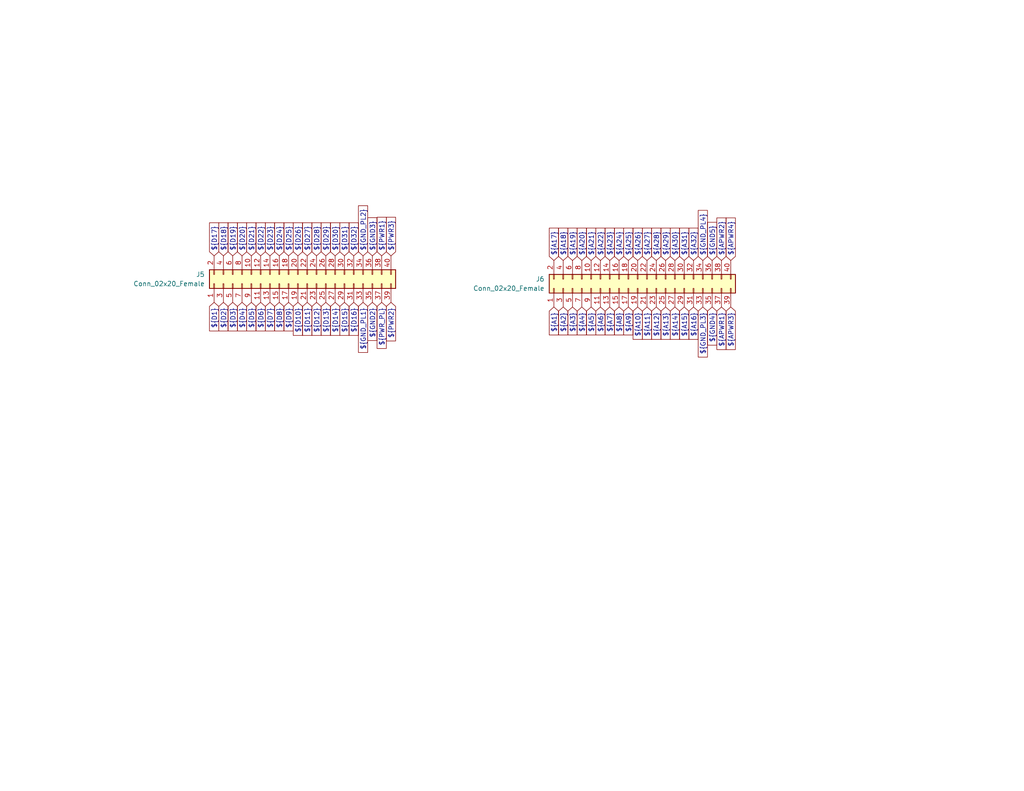
<source format=kicad_sch>
(kicad_sch
	(version 20231120)
	(generator "eeschema")
	(generator_version "8.0")
	(uuid "6af779c8-000c-4bba-9354-89fcc676b69f")
	(paper "USLetter")
	(title_block
		(company "Decapod Devices")
	)
	(lib_symbols
		(symbol "Connector_Generic:Conn_02x20_Odd_Even"
			(pin_names
				(offset 1.016) hide)
			(exclude_from_sim no)
			(in_bom yes)
			(on_board yes)
			(property "Reference" "J"
				(at 1.27 25.4 0)
				(effects
					(font
						(size 1.27 1.27)
					)
				)
			)
			(property "Value" "Conn_02x20_Odd_Even"
				(at 1.27 -27.94 0)
				(effects
					(font
						(size 1.27 1.27)
					)
				)
			)
			(property "Footprint" ""
				(at 0 0 0)
				(effects
					(font
						(size 1.27 1.27)
					)
					(hide yes)
				)
			)
			(property "Datasheet" "~"
				(at 0 0 0)
				(effects
					(font
						(size 1.27 1.27)
					)
					(hide yes)
				)
			)
			(property "Description" "Generic connector, double row, 02x20, odd/even pin numbering scheme (row 1 odd numbers, row 2 even numbers), script generated (kicad-library-utils/schlib/autogen/connector/)"
				(at 0 0 0)
				(effects
					(font
						(size 1.27 1.27)
					)
					(hide yes)
				)
			)
			(property "ki_keywords" "connector"
				(at 0 0 0)
				(effects
					(font
						(size 1.27 1.27)
					)
					(hide yes)
				)
			)
			(property "ki_fp_filters" "Connector*:*_2x??_*"
				(at 0 0 0)
				(effects
					(font
						(size 1.27 1.27)
					)
					(hide yes)
				)
			)
			(symbol "Conn_02x20_Odd_Even_1_1"
				(rectangle
					(start -1.27 -25.273)
					(end 0 -25.527)
					(stroke
						(width 0.1524)
						(type default)
					)
					(fill
						(type none)
					)
				)
				(rectangle
					(start -1.27 -22.733)
					(end 0 -22.987)
					(stroke
						(width 0.1524)
						(type default)
					)
					(fill
						(type none)
					)
				)
				(rectangle
					(start -1.27 -20.193)
					(end 0 -20.447)
					(stroke
						(width 0.1524)
						(type default)
					)
					(fill
						(type none)
					)
				)
				(rectangle
					(start -1.27 -17.653)
					(end 0 -17.907)
					(stroke
						(width 0.1524)
						(type default)
					)
					(fill
						(type none)
					)
				)
				(rectangle
					(start -1.27 -15.113)
					(end 0 -15.367)
					(stroke
						(width 0.1524)
						(type default)
					)
					(fill
						(type none)
					)
				)
				(rectangle
					(start -1.27 -12.573)
					(end 0 -12.827)
					(stroke
						(width 0.1524)
						(type default)
					)
					(fill
						(type none)
					)
				)
				(rectangle
					(start -1.27 -10.033)
					(end 0 -10.287)
					(stroke
						(width 0.1524)
						(type default)
					)
					(fill
						(type none)
					)
				)
				(rectangle
					(start -1.27 -7.493)
					(end 0 -7.747)
					(stroke
						(width 0.1524)
						(type default)
					)
					(fill
						(type none)
					)
				)
				(rectangle
					(start -1.27 -4.953)
					(end 0 -5.207)
					(stroke
						(width 0.1524)
						(type default)
					)
					(fill
						(type none)
					)
				)
				(rectangle
					(start -1.27 -2.413)
					(end 0 -2.667)
					(stroke
						(width 0.1524)
						(type default)
					)
					(fill
						(type none)
					)
				)
				(rectangle
					(start -1.27 0.127)
					(end 0 -0.127)
					(stroke
						(width 0.1524)
						(type default)
					)
					(fill
						(type none)
					)
				)
				(rectangle
					(start -1.27 2.667)
					(end 0 2.413)
					(stroke
						(width 0.1524)
						(type default)
					)
					(fill
						(type none)
					)
				)
				(rectangle
					(start -1.27 5.207)
					(end 0 4.953)
					(stroke
						(width 0.1524)
						(type default)
					)
					(fill
						(type none)
					)
				)
				(rectangle
					(start -1.27 7.747)
					(end 0 7.493)
					(stroke
						(width 0.1524)
						(type default)
					)
					(fill
						(type none)
					)
				)
				(rectangle
					(start -1.27 10.287)
					(end 0 10.033)
					(stroke
						(width 0.1524)
						(type default)
					)
					(fill
						(type none)
					)
				)
				(rectangle
					(start -1.27 12.827)
					(end 0 12.573)
					(stroke
						(width 0.1524)
						(type default)
					)
					(fill
						(type none)
					)
				)
				(rectangle
					(start -1.27 15.367)
					(end 0 15.113)
					(stroke
						(width 0.1524)
						(type default)
					)
					(fill
						(type none)
					)
				)
				(rectangle
					(start -1.27 17.907)
					(end 0 17.653)
					(stroke
						(width 0.1524)
						(type default)
					)
					(fill
						(type none)
					)
				)
				(rectangle
					(start -1.27 20.447)
					(end 0 20.193)
					(stroke
						(width 0.1524)
						(type default)
					)
					(fill
						(type none)
					)
				)
				(rectangle
					(start -1.27 22.987)
					(end 0 22.733)
					(stroke
						(width 0.1524)
						(type default)
					)
					(fill
						(type none)
					)
				)
				(rectangle
					(start -1.27 24.13)
					(end 3.81 -26.67)
					(stroke
						(width 0.254)
						(type default)
					)
					(fill
						(type background)
					)
				)
				(rectangle
					(start 3.81 -25.273)
					(end 2.54 -25.527)
					(stroke
						(width 0.1524)
						(type default)
					)
					(fill
						(type none)
					)
				)
				(rectangle
					(start 3.81 -22.733)
					(end 2.54 -22.987)
					(stroke
						(width 0.1524)
						(type default)
					)
					(fill
						(type none)
					)
				)
				(rectangle
					(start 3.81 -20.193)
					(end 2.54 -20.447)
					(stroke
						(width 0.1524)
						(type default)
					)
					(fill
						(type none)
					)
				)
				(rectangle
					(start 3.81 -17.653)
					(end 2.54 -17.907)
					(stroke
						(width 0.1524)
						(type default)
					)
					(fill
						(type none)
					)
				)
				(rectangle
					(start 3.81 -15.113)
					(end 2.54 -15.367)
					(stroke
						(width 0.1524)
						(type default)
					)
					(fill
						(type none)
					)
				)
				(rectangle
					(start 3.81 -12.573)
					(end 2.54 -12.827)
					(stroke
						(width 0.1524)
						(type default)
					)
					(fill
						(type none)
					)
				)
				(rectangle
					(start 3.81 -10.033)
					(end 2.54 -10.287)
					(stroke
						(width 0.1524)
						(type default)
					)
					(fill
						(type none)
					)
				)
				(rectangle
					(start 3.81 -7.493)
					(end 2.54 -7.747)
					(stroke
						(width 0.1524)
						(type default)
					)
					(fill
						(type none)
					)
				)
				(rectangle
					(start 3.81 -4.953)
					(end 2.54 -5.207)
					(stroke
						(width 0.1524)
						(type default)
					)
					(fill
						(type none)
					)
				)
				(rectangle
					(start 3.81 -2.413)
					(end 2.54 -2.667)
					(stroke
						(width 0.1524)
						(type default)
					)
					(fill
						(type none)
					)
				)
				(rectangle
					(start 3.81 0.127)
					(end 2.54 -0.127)
					(stroke
						(width 0.1524)
						(type default)
					)
					(fill
						(type none)
					)
				)
				(rectangle
					(start 3.81 2.667)
					(end 2.54 2.413)
					(stroke
						(width 0.1524)
						(type default)
					)
					(fill
						(type none)
					)
				)
				(rectangle
					(start 3.81 5.207)
					(end 2.54 4.953)
					(stroke
						(width 0.1524)
						(type default)
					)
					(fill
						(type none)
					)
				)
				(rectangle
					(start 3.81 7.747)
					(end 2.54 7.493)
					(stroke
						(width 0.1524)
						(type default)
					)
					(fill
						(type none)
					)
				)
				(rectangle
					(start 3.81 10.287)
					(end 2.54 10.033)
					(stroke
						(width 0.1524)
						(type default)
					)
					(fill
						(type none)
					)
				)
				(rectangle
					(start 3.81 12.827)
					(end 2.54 12.573)
					(stroke
						(width 0.1524)
						(type default)
					)
					(fill
						(type none)
					)
				)
				(rectangle
					(start 3.81 15.367)
					(end 2.54 15.113)
					(stroke
						(width 0.1524)
						(type default)
					)
					(fill
						(type none)
					)
				)
				(rectangle
					(start 3.81 17.907)
					(end 2.54 17.653)
					(stroke
						(width 0.1524)
						(type default)
					)
					(fill
						(type none)
					)
				)
				(rectangle
					(start 3.81 20.447)
					(end 2.54 20.193)
					(stroke
						(width 0.1524)
						(type default)
					)
					(fill
						(type none)
					)
				)
				(rectangle
					(start 3.81 22.987)
					(end 2.54 22.733)
					(stroke
						(width 0.1524)
						(type default)
					)
					(fill
						(type none)
					)
				)
				(pin passive line
					(at -5.08 22.86 0)
					(length 3.81)
					(name "Pin_1"
						(effects
							(font
								(size 1.27 1.27)
							)
						)
					)
					(number "1"
						(effects
							(font
								(size 1.27 1.27)
							)
						)
					)
				)
				(pin passive line
					(at 7.62 12.7 180)
					(length 3.81)
					(name "Pin_10"
						(effects
							(font
								(size 1.27 1.27)
							)
						)
					)
					(number "10"
						(effects
							(font
								(size 1.27 1.27)
							)
						)
					)
				)
				(pin passive line
					(at -5.08 10.16 0)
					(length 3.81)
					(name "Pin_11"
						(effects
							(font
								(size 1.27 1.27)
							)
						)
					)
					(number "11"
						(effects
							(font
								(size 1.27 1.27)
							)
						)
					)
				)
				(pin passive line
					(at 7.62 10.16 180)
					(length 3.81)
					(name "Pin_12"
						(effects
							(font
								(size 1.27 1.27)
							)
						)
					)
					(number "12"
						(effects
							(font
								(size 1.27 1.27)
							)
						)
					)
				)
				(pin passive line
					(at -5.08 7.62 0)
					(length 3.81)
					(name "Pin_13"
						(effects
							(font
								(size 1.27 1.27)
							)
						)
					)
					(number "13"
						(effects
							(font
								(size 1.27 1.27)
							)
						)
					)
				)
				(pin passive line
					(at 7.62 7.62 180)
					(length 3.81)
					(name "Pin_14"
						(effects
							(font
								(size 1.27 1.27)
							)
						)
					)
					(number "14"
						(effects
							(font
								(size 1.27 1.27)
							)
						)
					)
				)
				(pin passive line
					(at -5.08 5.08 0)
					(length 3.81)
					(name "Pin_15"
						(effects
							(font
								(size 1.27 1.27)
							)
						)
					)
					(number "15"
						(effects
							(font
								(size 1.27 1.27)
							)
						)
					)
				)
				(pin passive line
					(at 7.62 5.08 180)
					(length 3.81)
					(name "Pin_16"
						(effects
							(font
								(size 1.27 1.27)
							)
						)
					)
					(number "16"
						(effects
							(font
								(size 1.27 1.27)
							)
						)
					)
				)
				(pin passive line
					(at -5.08 2.54 0)
					(length 3.81)
					(name "Pin_17"
						(effects
							(font
								(size 1.27 1.27)
							)
						)
					)
					(number "17"
						(effects
							(font
								(size 1.27 1.27)
							)
						)
					)
				)
				(pin passive line
					(at 7.62 2.54 180)
					(length 3.81)
					(name "Pin_18"
						(effects
							(font
								(size 1.27 1.27)
							)
						)
					)
					(number "18"
						(effects
							(font
								(size 1.27 1.27)
							)
						)
					)
				)
				(pin passive line
					(at -5.08 0 0)
					(length 3.81)
					(name "Pin_19"
						(effects
							(font
								(size 1.27 1.27)
							)
						)
					)
					(number "19"
						(effects
							(font
								(size 1.27 1.27)
							)
						)
					)
				)
				(pin passive line
					(at 7.62 22.86 180)
					(length 3.81)
					(name "Pin_2"
						(effects
							(font
								(size 1.27 1.27)
							)
						)
					)
					(number "2"
						(effects
							(font
								(size 1.27 1.27)
							)
						)
					)
				)
				(pin passive line
					(at 7.62 0 180)
					(length 3.81)
					(name "Pin_20"
						(effects
							(font
								(size 1.27 1.27)
							)
						)
					)
					(number "20"
						(effects
							(font
								(size 1.27 1.27)
							)
						)
					)
				)
				(pin passive line
					(at -5.08 -2.54 0)
					(length 3.81)
					(name "Pin_21"
						(effects
							(font
								(size 1.27 1.27)
							)
						)
					)
					(number "21"
						(effects
							(font
								(size 1.27 1.27)
							)
						)
					)
				)
				(pin passive line
					(at 7.62 -2.54 180)
					(length 3.81)
					(name "Pin_22"
						(effects
							(font
								(size 1.27 1.27)
							)
						)
					)
					(number "22"
						(effects
							(font
								(size 1.27 1.27)
							)
						)
					)
				)
				(pin passive line
					(at -5.08 -5.08 0)
					(length 3.81)
					(name "Pin_23"
						(effects
							(font
								(size 1.27 1.27)
							)
						)
					)
					(number "23"
						(effects
							(font
								(size 1.27 1.27)
							)
						)
					)
				)
				(pin passive line
					(at 7.62 -5.08 180)
					(length 3.81)
					(name "Pin_24"
						(effects
							(font
								(size 1.27 1.27)
							)
						)
					)
					(number "24"
						(effects
							(font
								(size 1.27 1.27)
							)
						)
					)
				)
				(pin passive line
					(at -5.08 -7.62 0)
					(length 3.81)
					(name "Pin_25"
						(effects
							(font
								(size 1.27 1.27)
							)
						)
					)
					(number "25"
						(effects
							(font
								(size 1.27 1.27)
							)
						)
					)
				)
				(pin passive line
					(at 7.62 -7.62 180)
					(length 3.81)
					(name "Pin_26"
						(effects
							(font
								(size 1.27 1.27)
							)
						)
					)
					(number "26"
						(effects
							(font
								(size 1.27 1.27)
							)
						)
					)
				)
				(pin passive line
					(at -5.08 -10.16 0)
					(length 3.81)
					(name "Pin_27"
						(effects
							(font
								(size 1.27 1.27)
							)
						)
					)
					(number "27"
						(effects
							(font
								(size 1.27 1.27)
							)
						)
					)
				)
				(pin passive line
					(at 7.62 -10.16 180)
					(length 3.81)
					(name "Pin_28"
						(effects
							(font
								(size 1.27 1.27)
							)
						)
					)
					(number "28"
						(effects
							(font
								(size 1.27 1.27)
							)
						)
					)
				)
				(pin passive line
					(at -5.08 -12.7 0)
					(length 3.81)
					(name "Pin_29"
						(effects
							(font
								(size 1.27 1.27)
							)
						)
					)
					(number "29"
						(effects
							(font
								(size 1.27 1.27)
							)
						)
					)
				)
				(pin passive line
					(at -5.08 20.32 0)
					(length 3.81)
					(name "Pin_3"
						(effects
							(font
								(size 1.27 1.27)
							)
						)
					)
					(number "3"
						(effects
							(font
								(size 1.27 1.27)
							)
						)
					)
				)
				(pin passive line
					(at 7.62 -12.7 180)
					(length 3.81)
					(name "Pin_30"
						(effects
							(font
								(size 1.27 1.27)
							)
						)
					)
					(number "30"
						(effects
							(font
								(size 1.27 1.27)
							)
						)
					)
				)
				(pin passive line
					(at -5.08 -15.24 0)
					(length 3.81)
					(name "Pin_31"
						(effects
							(font
								(size 1.27 1.27)
							)
						)
					)
					(number "31"
						(effects
							(font
								(size 1.27 1.27)
							)
						)
					)
				)
				(pin passive line
					(at 7.62 -15.24 180)
					(length 3.81)
					(name "Pin_32"
						(effects
							(font
								(size 1.27 1.27)
							)
						)
					)
					(number "32"
						(effects
							(font
								(size 1.27 1.27)
							)
						)
					)
				)
				(pin passive line
					(at -5.08 -17.78 0)
					(length 3.81)
					(name "Pin_33"
						(effects
							(font
								(size 1.27 1.27)
							)
						)
					)
					(number "33"
						(effects
							(font
								(size 1.27 1.27)
							)
						)
					)
				)
				(pin passive line
					(at 7.62 -17.78 180)
					(length 3.81)
					(name "Pin_34"
						(effects
							(font
								(size 1.27 1.27)
							)
						)
					)
					(number "34"
						(effects
							(font
								(size 1.27 1.27)
							)
						)
					)
				)
				(pin passive line
					(at -5.08 -20.32 0)
					(length 3.81)
					(name "Pin_35"
						(effects
							(font
								(size 1.27 1.27)
							)
						)
					)
					(number "35"
						(effects
							(font
								(size 1.27 1.27)
							)
						)
					)
				)
				(pin passive line
					(at 7.62 -20.32 180)
					(length 3.81)
					(name "Pin_36"
						(effects
							(font
								(size 1.27 1.27)
							)
						)
					)
					(number "36"
						(effects
							(font
								(size 1.27 1.27)
							)
						)
					)
				)
				(pin passive line
					(at -5.08 -22.86 0)
					(length 3.81)
					(name "Pin_37"
						(effects
							(font
								(size 1.27 1.27)
							)
						)
					)
					(number "37"
						(effects
							(font
								(size 1.27 1.27)
							)
						)
					)
				)
				(pin passive line
					(at 7.62 -22.86 180)
					(length 3.81)
					(name "Pin_38"
						(effects
							(font
								(size 1.27 1.27)
							)
						)
					)
					(number "38"
						(effects
							(font
								(size 1.27 1.27)
							)
						)
					)
				)
				(pin passive line
					(at -5.08 -25.4 0)
					(length 3.81)
					(name "Pin_39"
						(effects
							(font
								(size 1.27 1.27)
							)
						)
					)
					(number "39"
						(effects
							(font
								(size 1.27 1.27)
							)
						)
					)
				)
				(pin passive line
					(at 7.62 20.32 180)
					(length 3.81)
					(name "Pin_4"
						(effects
							(font
								(size 1.27 1.27)
							)
						)
					)
					(number "4"
						(effects
							(font
								(size 1.27 1.27)
							)
						)
					)
				)
				(pin passive line
					(at 7.62 -25.4 180)
					(length 3.81)
					(name "Pin_40"
						(effects
							(font
								(size 1.27 1.27)
							)
						)
					)
					(number "40"
						(effects
							(font
								(size 1.27 1.27)
							)
						)
					)
				)
				(pin passive line
					(at -5.08 17.78 0)
					(length 3.81)
					(name "Pin_5"
						(effects
							(font
								(size 1.27 1.27)
							)
						)
					)
					(number "5"
						(effects
							(font
								(size 1.27 1.27)
							)
						)
					)
				)
				(pin passive line
					(at 7.62 17.78 180)
					(length 3.81)
					(name "Pin_6"
						(effects
							(font
								(size 1.27 1.27)
							)
						)
					)
					(number "6"
						(effects
							(font
								(size 1.27 1.27)
							)
						)
					)
				)
				(pin passive line
					(at -5.08 15.24 0)
					(length 3.81)
					(name "Pin_7"
						(effects
							(font
								(size 1.27 1.27)
							)
						)
					)
					(number "7"
						(effects
							(font
								(size 1.27 1.27)
							)
						)
					)
				)
				(pin passive line
					(at 7.62 15.24 180)
					(length 3.81)
					(name "Pin_8"
						(effects
							(font
								(size 1.27 1.27)
							)
						)
					)
					(number "8"
						(effects
							(font
								(size 1.27 1.27)
							)
						)
					)
				)
				(pin passive line
					(at -5.08 12.7 0)
					(length 3.81)
					(name "Pin_9"
						(effects
							(font
								(size 1.27 1.27)
							)
						)
					)
					(number "9"
						(effects
							(font
								(size 1.27 1.27)
							)
						)
					)
				)
			)
		)
	)
	(global_label "${A24}"
		(shape input)
		(at 168.91 71.12 90)
		(fields_autoplaced yes)
		(effects
			(font
				(size 1.27 1.27)
			)
			(justify left)
		)
		(uuid "017634b4-24f8-42e3-9132-75faa86393b8")
		(property "Intersheetrefs" "${INTERSHEET_REFS}"
			(at 168.91 64.6272 90)
			(effects
				(font
					(size 1.27 1.27)
				)
				(justify left)
				(hide yes)
			)
		)
	)
	(global_label "${GND3}"
		(shape input)
		(at 101.6 69.85 90)
		(fields_autoplaced yes)
		(effects
			(font
				(size 1.27 1.27)
			)
			(justify left)
		)
		(uuid "04691ac5-6df0-49a9-871d-74b4078f3df8")
		(property "Intersheetrefs" "${INTERSHEET_REFS}"
			(at 101.6 61.7848 90)
			(effects
				(font
					(size 1.27 1.27)
				)
				(justify left)
				(hide yes)
			)
		)
	)
	(global_label "${D23}"
		(shape input)
		(at 73.66 69.85 90)
		(fields_autoplaced yes)
		(effects
			(font
				(size 1.27 1.27)
			)
			(justify left)
		)
		(uuid "09860838-53c2-40a1-8ca5-0190d22cbd98")
		(property "Intersheetrefs" "${INTERSHEET_REFS}"
			(at 73.66 63.1758 90)
			(effects
				(font
					(size 1.27 1.27)
				)
				(justify left)
				(hide yes)
			)
		)
	)
	(global_label "${A22}"
		(shape input)
		(at 163.83 71.12 90)
		(fields_autoplaced yes)
		(effects
			(font
				(size 1.27 1.27)
			)
			(justify left)
		)
		(uuid "09866d42-490a-45e5-a74c-2ffd73f104c6")
		(property "Intersheetrefs" "${INTERSHEET_REFS}"
			(at 163.83 64.6272 90)
			(effects
				(font
					(size 1.27 1.27)
				)
				(justify left)
				(hide yes)
			)
		)
	)
	(global_label "${D28}"
		(shape input)
		(at 86.36 69.85 90)
		(fields_autoplaced yes)
		(effects
			(font
				(size 1.27 1.27)
			)
			(justify left)
		)
		(uuid "0a467de7-e6fd-4f9a-b930-6f01bd287efb")
		(property "Intersheetrefs" "${INTERSHEET_REFS}"
			(at 86.36 63.1758 90)
			(effects
				(font
					(size 1.27 1.27)
				)
				(justify left)
				(hide yes)
			)
		)
	)
	(global_label "${A7}"
		(shape input)
		(at 166.37 83.82 270)
		(fields_autoplaced yes)
		(effects
			(font
				(size 1.27 1.27)
			)
			(justify right)
		)
		(uuid "135ab147-f708-44d6-8ce6-eb3efade41ba")
		(property "Intersheetrefs" "${INTERSHEET_REFS}"
			(at 166.37 89.1033 90)
			(effects
				(font
					(size 1.27 1.27)
				)
				(justify right)
				(hide yes)
			)
		)
	)
	(global_label "${A26}"
		(shape input)
		(at 173.99 71.12 90)
		(fields_autoplaced yes)
		(effects
			(font
				(size 1.27 1.27)
			)
			(justify left)
		)
		(uuid "15302a5b-d619-4f1d-ad9c-14b819896bbf")
		(property "Intersheetrefs" "${INTERSHEET_REFS}"
			(at 173.99 64.6272 90)
			(effects
				(font
					(size 1.27 1.27)
				)
				(justify left)
				(hide yes)
			)
		)
	)
	(global_label "${APWR3}"
		(shape input)
		(at 199.39 83.82 270)
		(fields_autoplaced yes)
		(effects
			(font
				(size 1.27 1.27)
			)
			(justify right)
		)
		(uuid "1cb9ce3a-e19b-49de-a0e5-d923c82dbc7c")
		(property "Intersheetrefs" "${INTERSHEET_REFS}"
			(at 199.39 93.0947 90)
			(effects
				(font
					(size 1.27 1.27)
				)
				(justify right)
				(hide yes)
			)
		)
	)
	(global_label "${D31}"
		(shape input)
		(at 93.98 69.85 90)
		(fields_autoplaced yes)
		(effects
			(font
				(size 1.27 1.27)
			)
			(justify left)
		)
		(uuid "20b3c655-4282-426a-8e19-7c349c316ddd")
		(property "Intersheetrefs" "${INTERSHEET_REFS}"
			(at 93.98 63.1758 90)
			(effects
				(font
					(size 1.27 1.27)
				)
				(justify left)
				(hide yes)
			)
		)
	)
	(global_label "${A14}"
		(shape input)
		(at 184.15 83.82 270)
		(fields_autoplaced yes)
		(effects
			(font
				(size 1.27 1.27)
			)
			(justify right)
		)
		(uuid "27fd44fe-583f-44f5-9e2f-63071f84ad43")
		(property "Intersheetrefs" "${INTERSHEET_REFS}"
			(at 184.15 90.3128 90)
			(effects
				(font
					(size 1.27 1.27)
				)
				(justify right)
				(hide yes)
			)
		)
	)
	(global_label "${D30}"
		(shape input)
		(at 91.44 69.85 90)
		(fields_autoplaced yes)
		(effects
			(font
				(size 1.27 1.27)
			)
			(justify left)
		)
		(uuid "2973ad51-4fd9-48d5-8c09-d09fcb37a224")
		(property "Intersheetrefs" "${INTERSHEET_REFS}"
			(at 91.44 63.1758 90)
			(effects
				(font
					(size 1.27 1.27)
				)
				(justify left)
				(hide yes)
			)
		)
	)
	(global_label "${D4}"
		(shape input)
		(at 66.04 82.55 270)
		(fields_autoplaced yes)
		(effects
			(font
				(size 1.27 1.27)
			)
			(justify right)
		)
		(uuid "2c45001b-648d-4bd8-a984-c6f7c49f4800")
		(property "Intersheetrefs" "${INTERSHEET_REFS}"
			(at 66.04 88.0147 90)
			(effects
				(font
					(size 1.27 1.27)
				)
				(justify right)
				(hide yes)
			)
		)
	)
	(global_label "${D7}"
		(shape input)
		(at 73.66 82.55 270)
		(fields_autoplaced yes)
		(effects
			(font
				(size 1.27 1.27)
			)
			(justify right)
		)
		(uuid "31f6cbde-5951-4223-9ebf-513690865d12")
		(property "Intersheetrefs" "${INTERSHEET_REFS}"
			(at 73.66 88.0147 90)
			(effects
				(font
					(size 1.27 1.27)
				)
				(justify right)
				(hide yes)
			)
		)
	)
	(global_label "${D24}"
		(shape input)
		(at 76.2 69.85 90)
		(fields_autoplaced yes)
		(effects
			(font
				(size 1.27 1.27)
			)
			(justify left)
		)
		(uuid "347317e2-38a0-400b-bb3d-c144ca3b4ed6")
		(property "Intersheetrefs" "${INTERSHEET_REFS}"
			(at 76.2 63.1758 90)
			(effects
				(font
					(size 1.27 1.27)
				)
				(justify left)
				(hide yes)
			)
		)
	)
	(global_label "${A5}"
		(shape input)
		(at 161.29 83.82 270)
		(fields_autoplaced yes)
		(effects
			(font
				(size 1.27 1.27)
			)
			(justify right)
		)
		(uuid "359988cd-940b-4aba-8edd-e6a1a69b3f54")
		(property "Intersheetrefs" "${INTERSHEET_REFS}"
			(at 161.29 89.1033 90)
			(effects
				(font
					(size 1.27 1.27)
				)
				(justify right)
				(hide yes)
			)
		)
	)
	(global_label "${GND2}"
		(shape input)
		(at 101.6 82.55 270)
		(fields_autoplaced yes)
		(effects
			(font
				(size 1.27 1.27)
			)
			(justify right)
		)
		(uuid "3659bd4e-2aa0-4ee3-bf62-34312cab93e8")
		(property "Intersheetrefs" "${INTERSHEET_REFS}"
			(at 101.6 90.6152 90)
			(effects
				(font
					(size 1.27 1.27)
				)
				(justify right)
				(hide yes)
			)
		)
	)
	(global_label "${D25}"
		(shape input)
		(at 78.74 69.85 90)
		(fields_autoplaced yes)
		(effects
			(font
				(size 1.27 1.27)
			)
			(justify left)
		)
		(uuid "3d8e307a-0e41-47c7-9fa5-7438cef98d92")
		(property "Intersheetrefs" "${INTERSHEET_REFS}"
			(at 78.74 63.1758 90)
			(effects
				(font
					(size 1.27 1.27)
				)
				(justify left)
				(hide yes)
			)
		)
	)
	(global_label "${D27}"
		(shape input)
		(at 83.82 69.85 90)
		(fields_autoplaced yes)
		(effects
			(font
				(size 1.27 1.27)
			)
			(justify left)
		)
		(uuid "41f60200-dbd1-4322-b528-4ec1ccce6a42")
		(property "Intersheetrefs" "${INTERSHEET_REFS}"
			(at 83.82 63.1758 90)
			(effects
				(font
					(size 1.27 1.27)
				)
				(justify left)
				(hide yes)
			)
		)
	)
	(global_label "${A6}"
		(shape input)
		(at 163.83 83.82 270)
		(fields_autoplaced yes)
		(effects
			(font
				(size 1.27 1.27)
			)
			(justify right)
		)
		(uuid "457307af-971f-4894-a23b-95ad12c960f6")
		(property "Intersheetrefs" "${INTERSHEET_REFS}"
			(at 163.83 89.1033 90)
			(effects
				(font
					(size 1.27 1.27)
				)
				(justify right)
				(hide yes)
			)
		)
	)
	(global_label "${PWR1}"
		(shape input)
		(at 104.14 69.85 90)
		(fields_autoplaced yes)
		(effects
			(font
				(size 1.27 1.27)
			)
			(justify left)
		)
		(uuid "477f29a5-76c2-4cab-9e19-f39876edb3d5")
		(property "Intersheetrefs" "${INTERSHEET_REFS}"
			(at 104.14 61.6639 90)
			(effects
				(font
					(size 1.27 1.27)
				)
				(justify left)
				(hide yes)
			)
		)
	)
	(global_label "${APWR4}"
		(shape input)
		(at 199.39 71.12 90)
		(fields_autoplaced yes)
		(effects
			(font
				(size 1.27 1.27)
			)
			(justify left)
		)
		(uuid "4c306742-8d17-46af-b978-5aeccb98ffc0")
		(property "Intersheetrefs" "${INTERSHEET_REFS}"
			(at 199.39 61.8453 90)
			(effects
				(font
					(size 1.27 1.27)
				)
				(justify left)
				(hide yes)
			)
		)
	)
	(global_label "${A18}"
		(shape input)
		(at 153.67 71.12 90)
		(fields_autoplaced yes)
		(effects
			(font
				(size 1.27 1.27)
			)
			(justify left)
		)
		(uuid "4fae6102-7616-41eb-ad68-c89ffabdfab5")
		(property "Intersheetrefs" "${INTERSHEET_REFS}"
			(at 153.67 64.6272 90)
			(effects
				(font
					(size 1.27 1.27)
				)
				(justify left)
				(hide yes)
			)
		)
	)
	(global_label "${D18}"
		(shape input)
		(at 60.96 69.85 90)
		(fields_autoplaced yes)
		(effects
			(font
				(size 1.27 1.27)
			)
			(justify left)
		)
		(uuid "598b8915-7c08-422c-868e-197ef8705f37")
		(property "Intersheetrefs" "${INTERSHEET_REFS}"
			(at 60.96 63.1758 90)
			(effects
				(font
					(size 1.27 1.27)
				)
				(justify left)
				(hide yes)
			)
		)
	)
	(global_label "${A11}"
		(shape input)
		(at 176.53 83.82 270)
		(fields_autoplaced yes)
		(effects
			(font
				(size 1.27 1.27)
			)
			(justify right)
		)
		(uuid "5a52ec9c-6aef-42f3-ae48-0ea7cba94ccf")
		(property "Intersheetrefs" "${INTERSHEET_REFS}"
			(at 176.53 90.3128 90)
			(effects
				(font
					(size 1.27 1.27)
				)
				(justify right)
				(hide yes)
			)
		)
	)
	(global_label "${D11}"
		(shape input)
		(at 83.82 82.55 270)
		(fields_autoplaced yes)
		(effects
			(font
				(size 1.27 1.27)
			)
			(justify right)
		)
		(uuid "61c4428c-580c-46ac-b782-bc501bd26afe")
		(property "Intersheetrefs" "${INTERSHEET_REFS}"
			(at 83.82 89.2242 90)
			(effects
				(font
					(size 1.27 1.27)
				)
				(justify right)
				(hide yes)
			)
		)
	)
	(global_label "${D26}"
		(shape input)
		(at 81.28 69.85 90)
		(fields_autoplaced yes)
		(effects
			(font
				(size 1.27 1.27)
			)
			(justify left)
		)
		(uuid "65c60521-2129-4709-a271-3b91fcc7defb")
		(property "Intersheetrefs" "${INTERSHEET_REFS}"
			(at 81.28 63.1758 90)
			(effects
				(font
					(size 1.27 1.27)
				)
				(justify left)
				(hide yes)
			)
		)
	)
	(global_label "${PWR_PL}"
		(shape input)
		(at 104.14 82.55 270)
		(fields_autoplaced yes)
		(effects
			(font
				(size 1.27 1.27)
			)
			(justify right)
		)
		(uuid "669ba040-3b4b-44d1-b0ac-3606b6be8921")
		(property "Intersheetrefs" "${INTERSHEET_REFS}"
			(at 104.14 92.7923 90)
			(effects
				(font
					(size 1.27 1.27)
				)
				(justify right)
				(hide yes)
			)
		)
	)
	(global_label "${A3}"
		(shape input)
		(at 156.21 83.82 270)
		(fields_autoplaced yes)
		(effects
			(font
				(size 1.27 1.27)
			)
			(justify right)
		)
		(uuid "67497bec-abe6-46d9-83bc-ba70ca85fced")
		(property "Intersheetrefs" "${INTERSHEET_REFS}"
			(at 156.21 89.1033 90)
			(effects
				(font
					(size 1.27 1.27)
				)
				(justify right)
				(hide yes)
			)
		)
	)
	(global_label "${A12}"
		(shape input)
		(at 179.07 83.82 270)
		(fields_autoplaced yes)
		(effects
			(font
				(size 1.27 1.27)
			)
			(justify right)
		)
		(uuid "68b1ede1-11d4-46a4-bfd9-7e0c1b999fa0")
		(property "Intersheetrefs" "${INTERSHEET_REFS}"
			(at 179.07 90.3128 90)
			(effects
				(font
					(size 1.27 1.27)
				)
				(justify right)
				(hide yes)
			)
		)
	)
	(global_label "${D6}"
		(shape input)
		(at 71.12 82.55 270)
		(fields_autoplaced yes)
		(effects
			(font
				(size 1.27 1.27)
			)
			(justify right)
		)
		(uuid "6a74154d-ff9d-4691-9b20-d413afe7c505")
		(property "Intersheetrefs" "${INTERSHEET_REFS}"
			(at 71.12 88.0147 90)
			(effects
				(font
					(size 1.27 1.27)
				)
				(justify right)
				(hide yes)
			)
		)
	)
	(global_label "${D14}"
		(shape input)
		(at 91.44 82.55 270)
		(fields_autoplaced yes)
		(effects
			(font
				(size 1.27 1.27)
			)
			(justify right)
		)
		(uuid "737e0086-fd90-4b15-bbed-ef59de81976b")
		(property "Intersheetrefs" "${INTERSHEET_REFS}"
			(at 91.44 89.2242 90)
			(effects
				(font
					(size 1.27 1.27)
				)
				(justify right)
				(hide yes)
			)
		)
	)
	(global_label "${A4}"
		(shape input)
		(at 158.75 83.82 270)
		(fields_autoplaced yes)
		(effects
			(font
				(size 1.27 1.27)
			)
			(justify right)
		)
		(uuid "73b217f8-3d1b-4d48-a25f-7b296eb81153")
		(property "Intersheetrefs" "${INTERSHEET_REFS}"
			(at 158.75 89.1033 90)
			(effects
				(font
					(size 1.27 1.27)
				)
				(justify right)
				(hide yes)
			)
		)
	)
	(global_label "${GND4}"
		(shape input)
		(at 194.31 83.82 270)
		(fields_autoplaced yes)
		(effects
			(font
				(size 1.27 1.27)
			)
			(justify right)
		)
		(uuid "796cd61b-82de-4034-b709-59ede8946644")
		(property "Intersheetrefs" "${INTERSHEET_REFS}"
			(at 194.31 91.8852 90)
			(effects
				(font
					(size 1.27 1.27)
				)
				(justify right)
				(hide yes)
			)
		)
	)
	(global_label "${A2}"
		(shape input)
		(at 153.67 83.82 270)
		(fields_autoplaced yes)
		(effects
			(font
				(size 1.27 1.27)
			)
			(justify right)
		)
		(uuid "7dca798a-dacb-4101-b062-7a12e9c4ed13")
		(property "Intersheetrefs" "${INTERSHEET_REFS}"
			(at 153.67 89.1033 90)
			(effects
				(font
					(size 1.27 1.27)
				)
				(justify right)
				(hide yes)
			)
		)
	)
	(global_label "${A28}"
		(shape input)
		(at 179.07 71.12 90)
		(fields_autoplaced yes)
		(effects
			(font
				(size 1.27 1.27)
			)
			(justify left)
		)
		(uuid "80e5fdda-7138-4d26-ba11-a591c352ef5f")
		(property "Intersheetrefs" "${INTERSHEET_REFS}"
			(at 179.07 64.6272 90)
			(effects
				(font
					(size 1.27 1.27)
				)
				(justify left)
				(hide yes)
			)
		)
	)
	(global_label "${D5}"
		(shape input)
		(at 68.58 82.55 270)
		(fields_autoplaced yes)
		(effects
			(font
				(size 1.27 1.27)
			)
			(justify right)
		)
		(uuid "8229375e-e532-4791-b7ad-2df905451e4e")
		(property "Intersheetrefs" "${INTERSHEET_REFS}"
			(at 68.58 88.0147 90)
			(effects
				(font
					(size 1.27 1.27)
				)
				(justify right)
				(hide yes)
			)
		)
	)
	(global_label "${A21}"
		(shape input)
		(at 161.29 71.12 90)
		(fields_autoplaced yes)
		(effects
			(font
				(size 1.27 1.27)
			)
			(justify left)
		)
		(uuid "8614a7f4-d165-4ac3-b870-acb474b92aea")
		(property "Intersheetrefs" "${INTERSHEET_REFS}"
			(at 161.29 64.6272 90)
			(effects
				(font
					(size 1.27 1.27)
				)
				(justify left)
				(hide yes)
			)
		)
	)
	(global_label "${A1}"
		(shape input)
		(at 151.13 83.82 270)
		(fields_autoplaced yes)
		(effects
			(font
				(size 1.27 1.27)
			)
			(justify right)
		)
		(uuid "87873072-fbd5-41f1-9bbf-fbf98fe08c0a")
		(property "Intersheetrefs" "${INTERSHEET_REFS}"
			(at 151.13 89.1033 90)
			(effects
				(font
					(size 1.27 1.27)
				)
				(justify right)
				(hide yes)
			)
		)
	)
	(global_label "${D12}"
		(shape input)
		(at 86.36 82.55 270)
		(fields_autoplaced yes)
		(effects
			(font
				(size 1.27 1.27)
			)
			(justify right)
		)
		(uuid "87b8289e-6417-4e92-8e6d-891d69e74480")
		(property "Intersheetrefs" "${INTERSHEET_REFS}"
			(at 86.36 89.2242 90)
			(effects
				(font
					(size 1.27 1.27)
				)
				(justify right)
				(hide yes)
			)
		)
	)
	(global_label "${PWR2}"
		(shape input)
		(at 106.68 82.55 270)
		(fields_autoplaced yes)
		(effects
			(font
				(size 1.27 1.27)
			)
			(justify right)
		)
		(uuid "8803643f-1711-4123-923f-d901e4c3487b")
		(property "Intersheetrefs" "${INTERSHEET_REFS}"
			(at 106.68 90.7361 90)
			(effects
				(font
					(size 1.27 1.27)
				)
				(justify right)
				(hide yes)
			)
		)
	)
	(global_label "${APWR2}"
		(shape input)
		(at 196.85 71.12 90)
		(fields_autoplaced yes)
		(effects
			(font
				(size 1.27 1.27)
			)
			(justify left)
		)
		(uuid "8c166e61-3cea-4e5f-89db-ce69de9a1779")
		(property "Intersheetrefs" "${INTERSHEET_REFS}"
			(at 196.85 61.8453 90)
			(effects
				(font
					(size 1.27 1.27)
				)
				(justify left)
				(hide yes)
			)
		)
	)
	(global_label "${D13}"
		(shape input)
		(at 88.9 82.55 270)
		(fields_autoplaced yes)
		(effects
			(font
				(size 1.27 1.27)
			)
			(justify right)
		)
		(uuid "8ee378b6-1e98-43c9-aa57-3c921b592fe1")
		(property "Intersheetrefs" "${INTERSHEET_REFS}"
			(at 88.9 89.2242 90)
			(effects
				(font
					(size 1.27 1.27)
				)
				(justify right)
				(hide yes)
			)
		)
	)
	(global_label "${A19}"
		(shape input)
		(at 156.21 71.12 90)
		(fields_autoplaced yes)
		(effects
			(font
				(size 1.27 1.27)
			)
			(justify left)
		)
		(uuid "8f2a7bc2-8f36-4365-af86-04d68a41840c")
		(property "Intersheetrefs" "${INTERSHEET_REFS}"
			(at 156.21 64.6272 90)
			(effects
				(font
					(size 1.27 1.27)
				)
				(justify left)
				(hide yes)
			)
		)
	)
	(global_label "${A10}"
		(shape input)
		(at 173.99 83.82 270)
		(fields_autoplaced yes)
		(effects
			(font
				(size 1.27 1.27)
			)
			(justify right)
		)
		(uuid "9035bdbb-ad91-4053-a116-58cf83c91d5f")
		(property "Intersheetrefs" "${INTERSHEET_REFS}"
			(at 173.99 90.3128 90)
			(effects
				(font
					(size 1.27 1.27)
				)
				(justify right)
				(hide yes)
			)
		)
	)
	(global_label "${A15}"
		(shape input)
		(at 186.69 83.82 270)
		(fields_autoplaced yes)
		(effects
			(font
				(size 1.27 1.27)
			)
			(justify right)
		)
		(uuid "9239b0dc-c942-4c40-b31f-602835f31f9b")
		(property "Intersheetrefs" "${INTERSHEET_REFS}"
			(at 186.69 90.3128 90)
			(effects
				(font
					(size 1.27 1.27)
				)
				(justify right)
				(hide yes)
			)
		)
	)
	(global_label "${A29}"
		(shape input)
		(at 181.61 71.12 90)
		(fields_autoplaced yes)
		(effects
			(font
				(size 1.27 1.27)
			)
			(justify left)
		)
		(uuid "92f683cc-bdcc-4525-8252-cb6f1ab1077d")
		(property "Intersheetrefs" "${INTERSHEET_REFS}"
			(at 181.61 64.6272 90)
			(effects
				(font
					(size 1.27 1.27)
				)
				(justify left)
				(hide yes)
			)
		)
	)
	(global_label "${A9}"
		(shape input)
		(at 171.45 83.82 270)
		(fields_autoplaced yes)
		(effects
			(font
				(size 1.27 1.27)
			)
			(justify right)
		)
		(uuid "a3a616f9-844e-4633-aafa-3b6f0651a031")
		(property "Intersheetrefs" "${INTERSHEET_REFS}"
			(at 171.45 89.1033 90)
			(effects
				(font
					(size 1.27 1.27)
				)
				(justify right)
				(hide yes)
			)
		)
	)
	(global_label "${D9}"
		(shape input)
		(at 78.74 82.55 270)
		(fields_autoplaced yes)
		(effects
			(font
				(size 1.27 1.27)
			)
			(justify right)
		)
		(uuid "a4bdb8db-d539-4310-8540-00df307d8810")
		(property "Intersheetrefs" "${INTERSHEET_REFS}"
			(at 78.74 88.0147 90)
			(effects
				(font
					(size 1.27 1.27)
				)
				(justify right)
				(hide yes)
			)
		)
	)
	(global_label "${D17}"
		(shape input)
		(at 58.42 69.85 90)
		(fields_autoplaced yes)
		(effects
			(font
				(size 1.27 1.27)
			)
			(justify left)
		)
		(uuid "aa0c81dd-0654-4d5b-a054-b5c101e0500f")
		(property "Intersheetrefs" "${INTERSHEET_REFS}"
			(at 58.42 63.1758 90)
			(effects
				(font
					(size 1.27 1.27)
				)
				(justify left)
				(hide yes)
			)
		)
	)
	(global_label "${A20}"
		(shape input)
		(at 158.75 71.12 90)
		(fields_autoplaced yes)
		(effects
			(font
				(size 1.27 1.27)
			)
			(justify left)
		)
		(uuid "aa1d61e6-032d-429b-a5fa-edba4b61cadb")
		(property "Intersheetrefs" "${INTERSHEET_REFS}"
			(at 158.75 64.6272 90)
			(effects
				(font
					(size 1.27 1.27)
				)
				(justify left)
				(hide yes)
			)
		)
	)
	(global_label "${D10}"
		(shape input)
		(at 81.28 82.55 270)
		(fields_autoplaced yes)
		(effects
			(font
				(size 1.27 1.27)
			)
			(justify right)
		)
		(uuid "ab042712-6772-4a74-b3f1-80f4a9082140")
		(property "Intersheetrefs" "${INTERSHEET_REFS}"
			(at 81.28 89.2242 90)
			(effects
				(font
					(size 1.27 1.27)
				)
				(justify right)
				(hide yes)
			)
		)
	)
	(global_label "${A32}"
		(shape input)
		(at 189.23 71.12 90)
		(fields_autoplaced yes)
		(effects
			(font
				(size 1.27 1.27)
			)
			(justify left)
		)
		(uuid "abca0a85-4390-48d4-951e-0b9e53bbce90")
		(property "Intersheetrefs" "${INTERSHEET_REFS}"
			(at 189.23 64.6272 90)
			(effects
				(font
					(size 1.27 1.27)
				)
				(justify left)
				(hide yes)
			)
		)
	)
	(global_label "${APWR1}"
		(shape input)
		(at 196.85 83.82 270)
		(fields_autoplaced yes)
		(effects
			(font
				(size 1.27 1.27)
			)
			(justify right)
		)
		(uuid "af026bdd-6c4f-49fa-9673-32e0d2e3a11f")
		(property "Intersheetrefs" "${INTERSHEET_REFS}"
			(at 196.85 93.0947 90)
			(effects
				(font
					(size 1.27 1.27)
				)
				(justify right)
				(hide yes)
			)
		)
	)
	(global_label "${GND_PL4}"
		(shape input)
		(at 191.77 71.12 90)
		(fields_autoplaced yes)
		(effects
			(font
				(size 1.27 1.27)
			)
			(justify left)
		)
		(uuid "afad72fa-7aa3-4ec0-9d67-4bf8676e7077")
		(property "Intersheetrefs" "${INTERSHEET_REFS}"
			(at 191.77 60.9986 90)
			(effects
				(font
					(size 1.27 1.27)
				)
				(justify left)
				(hide yes)
			)
		)
	)
	(global_label "${D1}"
		(shape input)
		(at 58.42 82.55 270)
		(fields_autoplaced yes)
		(effects
			(font
				(size 1.27 1.27)
			)
			(justify right)
		)
		(uuid "b3962a2c-4810-4e3b-88c5-bc756eef0574")
		(property "Intersheetrefs" "${INTERSHEET_REFS}"
			(at 58.42 88.0147 90)
			(effects
				(font
					(size 1.27 1.27)
				)
				(justify right)
				(hide yes)
			)
		)
	)
	(global_label "${GND5}"
		(shape input)
		(at 194.31 71.12 90)
		(fields_autoplaced yes)
		(effects
			(font
				(size 1.27 1.27)
			)
			(justify left)
		)
		(uuid "b418c085-7c6e-46cb-947c-5970d06ca9ff")
		(property "Intersheetrefs" "${INTERSHEET_REFS}"
			(at 194.31 63.0548 90)
			(effects
				(font
					(size 1.27 1.27)
				)
				(justify left)
				(hide yes)
			)
		)
	)
	(global_label "${GND_PL2}"
		(shape input)
		(at 99.06 69.85 90)
		(fields_autoplaced yes)
		(effects
			(font
				(size 1.27 1.27)
			)
			(justify left)
		)
		(uuid "b4a07998-7b86-494d-87d1-11c786804921")
		(property "Intersheetrefs" "${INTERSHEET_REFS}"
			(at 99.06 59.7286 90)
			(effects
				(font
					(size 1.27 1.27)
				)
				(justify left)
				(hide yes)
			)
		)
	)
	(global_label "${D21}"
		(shape input)
		(at 68.58 69.85 90)
		(fields_autoplaced yes)
		(effects
			(font
				(size 1.27 1.27)
			)
			(justify left)
		)
		(uuid "b57ff50d-c195-4d1e-81dd-9b798f7ee33c")
		(property "Intersheetrefs" "${INTERSHEET_REFS}"
			(at 68.58 63.1758 90)
			(effects
				(font
					(size 1.27 1.27)
				)
				(justify left)
				(hide yes)
			)
		)
	)
	(global_label "${GND_PL1}"
		(shape input)
		(at 99.06 82.55 270)
		(fields_autoplaced yes)
		(effects
			(font
				(size 1.27 1.27)
			)
			(justify right)
		)
		(uuid "b8403231-3228-4f3d-98bf-f98e80d02d06")
		(property "Intersheetrefs" "${INTERSHEET_REFS}"
			(at 99.06 92.6714 90)
			(effects
				(font
					(size 1.27 1.27)
				)
				(justify right)
				(hide yes)
			)
		)
	)
	(global_label "${D32}"
		(shape input)
		(at 96.52 69.85 90)
		(fields_autoplaced yes)
		(effects
			(font
				(size 1.27 1.27)
			)
			(justify left)
		)
		(uuid "bc211ae7-850c-4d36-b4a5-f87acbcc36e5")
		(property "Intersheetrefs" "${INTERSHEET_REFS}"
			(at 96.52 63.1758 90)
			(effects
				(font
					(size 1.27 1.27)
				)
				(justify left)
				(hide yes)
			)
		)
	)
	(global_label "${D3}"
		(shape input)
		(at 63.5 82.55 270)
		(fields_autoplaced yes)
		(effects
			(font
				(size 1.27 1.27)
			)
			(justify right)
		)
		(uuid "c517f1f3-ec43-4a20-af7f-f0bab75ec192")
		(property "Intersheetrefs" "${INTERSHEET_REFS}"
			(at 63.5 88.0147 90)
			(effects
				(font
					(size 1.27 1.27)
				)
				(justify right)
				(hide yes)
			)
		)
	)
	(global_label "${D2}"
		(shape input)
		(at 60.96 82.55 270)
		(fields_autoplaced yes)
		(effects
			(font
				(size 1.27 1.27)
			)
			(justify right)
		)
		(uuid "cbc9047d-2b46-441d-b39f-0f64b1d3728c")
		(property "Intersheetrefs" "${INTERSHEET_REFS}"
			(at 60.96 88.0147 90)
			(effects
				(font
					(size 1.27 1.27)
				)
				(justify right)
				(hide yes)
			)
		)
	)
	(global_label "${A31}"
		(shape input)
		(at 186.69 71.12 90)
		(fields_autoplaced yes)
		(effects
			(font
				(size 1.27 1.27)
			)
			(justify left)
		)
		(uuid "d5e4c4ec-f349-486a-bb5e-0be01960b4fe")
		(property "Intersheetrefs" "${INTERSHEET_REFS}"
			(at 186.69 64.6272 90)
			(effects
				(font
					(size 1.27 1.27)
				)
				(justify left)
				(hide yes)
			)
		)
	)
	(global_label "${A23}"
		(shape input)
		(at 166.37 71.12 90)
		(fields_autoplaced yes)
		(effects
			(font
				(size 1.27 1.27)
			)
			(justify left)
		)
		(uuid "d6611786-82f0-400e-9d26-2d4d79f021e6")
		(property "Intersheetrefs" "${INTERSHEET_REFS}"
			(at 166.37 64.6272 90)
			(effects
				(font
					(size 1.27 1.27)
				)
				(justify left)
				(hide yes)
			)
		)
	)
	(global_label "${A8}"
		(shape input)
		(at 168.91 83.82 270)
		(fields_autoplaced yes)
		(effects
			(font
				(size 1.27 1.27)
			)
			(justify right)
		)
		(uuid "d66bd7ef-4d12-4d43-abae-c2ec56768604")
		(property "Intersheetrefs" "${INTERSHEET_REFS}"
			(at 168.91 89.1033 90)
			(effects
				(font
					(size 1.27 1.27)
				)
				(justify right)
				(hide yes)
			)
		)
	)
	(global_label "${D8}"
		(shape input)
		(at 76.2 82.55 270)
		(fields_autoplaced yes)
		(effects
			(font
				(size 1.27 1.27)
			)
			(justify right)
		)
		(uuid "d79c94f4-cd15-4a6e-9e92-a38c9840165e")
		(property "Intersheetrefs" "${INTERSHEET_REFS}"
			(at 76.2 88.0147 90)
			(effects
				(font
					(size 1.27 1.27)
				)
				(justify right)
				(hide yes)
			)
		)
	)
	(global_label "${D29}"
		(shape input)
		(at 88.9 69.85 90)
		(fields_autoplaced yes)
		(effects
			(font
				(size 1.27 1.27)
			)
			(justify left)
		)
		(uuid "d7a9ec60-8bb0-4ec5-9db3-5feb07b669cb")
		(property "Intersheetrefs" "${INTERSHEET_REFS}"
			(at 88.9 63.1758 90)
			(effects
				(font
					(size 1.27 1.27)
				)
				(justify left)
				(hide yes)
			)
		)
	)
	(global_label "${D16}"
		(shape input)
		(at 96.52 82.55 270)
		(fields_autoplaced yes)
		(effects
			(font
				(size 1.27 1.27)
			)
			(justify right)
		)
		(uuid "d9b6fb56-55bc-4f43-8b63-53fec5d311b8")
		(property "Intersheetrefs" "${INTERSHEET_REFS}"
			(at 96.52 89.2242 90)
			(effects
				(font
					(size 1.27 1.27)
				)
				(justify right)
				(hide yes)
			)
		)
	)
	(global_label "${D19}"
		(shape input)
		(at 63.5 69.85 90)
		(fields_autoplaced yes)
		(effects
			(font
				(size 1.27 1.27)
			)
			(justify left)
		)
		(uuid "dc5f087b-3e3f-4f58-8d86-2f35cb00e6fe")
		(property "Intersheetrefs" "${INTERSHEET_REFS}"
			(at 63.5 63.1758 90)
			(effects
				(font
					(size 1.27 1.27)
				)
				(justify left)
				(hide yes)
			)
		)
	)
	(global_label "${A16}"
		(shape input)
		(at 189.23 83.82 270)
		(fields_autoplaced yes)
		(effects
			(font
				(size 1.27 1.27)
			)
			(justify right)
		)
		(uuid "dffadae6-5b2e-4094-8d57-3922f9f089f3")
		(property "Intersheetrefs" "${INTERSHEET_REFS}"
			(at 189.23 90.3128 90)
			(effects
				(font
					(size 1.27 1.27)
				)
				(justify right)
				(hide yes)
			)
		)
	)
	(global_label "${A27}"
		(shape input)
		(at 176.53 71.12 90)
		(fields_autoplaced yes)
		(effects
			(font
				(size 1.27 1.27)
			)
			(justify left)
		)
		(uuid "e0990fd7-5eb7-4cfc-94de-716be2764d9d")
		(property "Intersheetrefs" "${INTERSHEET_REFS}"
			(at 176.53 64.6272 90)
			(effects
				(font
					(size 1.27 1.27)
				)
				(justify left)
				(hide yes)
			)
		)
	)
	(global_label "${GND_PL3}"
		(shape input)
		(at 191.77 83.82 270)
		(fields_autoplaced yes)
		(effects
			(font
				(size 1.27 1.27)
			)
			(justify right)
		)
		(uuid "e448a6dd-8f68-447e-97f8-cdc949799191")
		(property "Intersheetrefs" "${INTERSHEET_REFS}"
			(at 191.77 93.9414 90)
			(effects
				(font
					(size 1.27 1.27)
				)
				(justify right)
				(hide yes)
			)
		)
	)
	(global_label "${A17}"
		(shape input)
		(at 151.13 71.12 90)
		(fields_autoplaced yes)
		(effects
			(font
				(size 1.27 1.27)
			)
			(justify left)
		)
		(uuid "e818bf7d-192a-4b6d-9bc8-647f031182c2")
		(property "Intersheetrefs" "${INTERSHEET_REFS}"
			(at 151.13 64.6272 90)
			(effects
				(font
					(size 1.27 1.27)
				)
				(justify left)
				(hide yes)
			)
		)
	)
	(global_label "${D22}"
		(shape input)
		(at 71.12 69.85 90)
		(fields_autoplaced yes)
		(effects
			(font
				(size 1.27 1.27)
			)
			(justify left)
		)
		(uuid "e9f06a86-dbea-4650-b1ee-253f95ef7aad")
		(property "Intersheetrefs" "${INTERSHEET_REFS}"
			(at 71.12 63.1758 90)
			(effects
				(font
					(size 1.27 1.27)
				)
				(justify left)
				(hide yes)
			)
		)
	)
	(global_label "${A25}"
		(shape input)
		(at 171.45 71.12 90)
		(fields_autoplaced yes)
		(effects
			(font
				(size 1.27 1.27)
			)
			(justify left)
		)
		(uuid "eeb5c331-286b-4dd0-8c3c-e28d5fcc2e43")
		(property "Intersheetrefs" "${INTERSHEET_REFS}"
			(at 171.45 64.6272 90)
			(effects
				(font
					(size 1.27 1.27)
				)
				(justify left)
				(hide yes)
			)
		)
	)
	(global_label "${D20}"
		(shape input)
		(at 66.04 69.85 90)
		(fields_autoplaced yes)
		(effects
			(font
				(size 1.27 1.27)
			)
			(justify left)
		)
		(uuid "f35ae13d-adbb-433b-a3d6-a1af2633ccd3")
		(property "Intersheetrefs" "${INTERSHEET_REFS}"
			(at 66.04 63.1758 90)
			(effects
				(font
					(size 1.27 1.27)
				)
				(justify left)
				(hide yes)
			)
		)
	)
	(global_label "${D15}"
		(shape input)
		(at 93.98 82.55 270)
		(fields_autoplaced yes)
		(effects
			(font
				(size 1.27 1.27)
			)
			(justify right)
		)
		(uuid "f3f4948a-2f47-4ffa-b0db-cd8bb3ce3001")
		(property "Intersheetrefs" "${INTERSHEET_REFS}"
			(at 93.98 89.2242 90)
			(effects
				(font
					(size 1.27 1.27)
				)
				(justify right)
				(hide yes)
			)
		)
	)
	(global_label "${A13}"
		(shape input)
		(at 181.61 83.82 270)
		(fields_autoplaced yes)
		(effects
			(font
				(size 1.27 1.27)
			)
			(justify right)
		)
		(uuid "f927d5ef-1355-4e81-8a50-2b002df56e87")
		(property "Intersheetrefs" "${INTERSHEET_REFS}"
			(at 181.61 90.3128 90)
			(effects
				(font
					(size 1.27 1.27)
				)
				(justify right)
				(hide yes)
			)
		)
	)
	(global_label "${A30}"
		(shape input)
		(at 184.15 71.12 90)
		(fields_autoplaced yes)
		(effects
			(font
				(size 1.27 1.27)
			)
			(justify left)
		)
		(uuid "fb6d0a5a-4f33-4d3c-b1b2-81f000707c38")
		(property "Intersheetrefs" "${INTERSHEET_REFS}"
			(at 184.15 64.6272 90)
			(effects
				(font
					(size 1.27 1.27)
				)
				(justify left)
				(hide yes)
			)
		)
	)
	(global_label "${PWR3}"
		(shape input)
		(at 106.68 69.85 90)
		(fields_autoplaced yes)
		(effects
			(font
				(size 1.27 1.27)
			)
			(justify left)
		)
		(uuid "ff640f34-ffc7-4919-926d-2468d6916c5c")
		(property "Intersheetrefs" "${INTERSHEET_REFS}"
			(at 106.68 61.6639 90)
			(effects
				(font
					(size 1.27 1.27)
				)
				(justify left)
				(hide yes)
			)
		)
	)
	(symbol
		(lib_id "Connector_Generic:Conn_02x20_Odd_Even")
		(at 173.99 78.74 90)
		(unit 1)
		(exclude_from_sim no)
		(in_bom yes)
		(on_board yes)
		(dnp no)
		(fields_autoplaced yes)
		(uuid "1f44608f-d106-45ff-ba51-e9e334d71634")
		(property "Reference" "J6"
			(at 148.59 76.1999 90)
			(effects
				(font
					(size 1.27 1.27)
				)
				(justify left)
			)
		)
		(property "Value" "Conn_02x20_Female"
			(at 148.59 78.7399 90)
			(effects
				(font
					(size 1.27 1.27)
				)
				(justify left)
			)
		)
		(property "Footprint" "Connector_IDC:IDC-Header_2x20_P2.54mm_Horizontal"
			(at 173.99 78.74 0)
			(effects
				(font
					(size 1.27 1.27)
				)
				(hide yes)
			)
		)
		(property "Datasheet" "~"
			(at 173.99 78.74 0)
			(effects
				(font
					(size 1.27 1.27)
				)
				(hide yes)
			)
		)
		(property "Description" "Generic connector, double row, 02x20, odd/even pin numbering scheme (row 1 odd numbers, row 2 even numbers), script generated (kicad-library-utils/schlib/autogen/connector/)"
			(at 173.99 78.74 0)
			(effects
				(font
					(size 1.27 1.27)
				)
				(hide yes)
			)
		)
		(pin "10"
			(uuid "bf52e991-ef30-45ae-b1da-2460d772d7fc")
		)
		(pin "15"
			(uuid "985ffb1f-4cec-438c-b139-aa3190e08fef")
		)
		(pin "2"
			(uuid "872d59f0-59e5-4010-ba68-73430b651883")
		)
		(pin "30"
			(uuid "48bfffa0-ec57-4cea-85a6-35beb579afef")
		)
		(pin "34"
			(uuid "cff6a19e-1408-4316-97c0-d48253ea14d0")
		)
		(pin "5"
			(uuid "ea77206d-6aa2-4ed1-be86-29eb178e8697")
		)
		(pin "36"
			(uuid "400867f7-7a66-4ecd-b442-b955189b7a21")
		)
		(pin "24"
			(uuid "fc2b5d8f-2202-44f1-85b3-e5af898eb050")
		)
		(pin "28"
			(uuid "e5c8ec3e-f7f7-4d7a-89e9-5c4020a63784")
		)
		(pin "1"
			(uuid "f03513f6-6b64-465d-b500-09c2e6f29a3c")
		)
		(pin "22"
			(uuid "1c2fa832-c24b-4171-9f31-bcb6539b2b14")
		)
		(pin "25"
			(uuid "94ec766c-6bc8-40b8-bf0f-1cdfa9e0e5e0")
		)
		(pin "21"
			(uuid "73b80407-e6df-441a-9af6-2ec0350c3937")
		)
		(pin "4"
			(uuid "91014268-a334-4ac0-96d2-815ddff65cc3")
		)
		(pin "19"
			(uuid "471515a6-e655-40d4-ba53-30cefc33eba9")
		)
		(pin "23"
			(uuid "f8ec8b9c-6ff8-4d8b-b830-b6dd7d6ea021")
		)
		(pin "12"
			(uuid "b5018e9a-259d-4c73-9284-e3309865e61f")
		)
		(pin "16"
			(uuid "661ecbb4-3613-403b-a712-215272d24d8b")
		)
		(pin "29"
			(uuid "258ba145-cb05-4474-b0c7-e2c6498bd9d5")
		)
		(pin "35"
			(uuid "e8ba2a38-5664-43f0-b0b9-5aaf2252bffa")
		)
		(pin "20"
			(uuid "19ff3e22-aec9-4292-a0b9-4fd0ac4c0987")
		)
		(pin "11"
			(uuid "0b8e1edb-f4c5-4ecd-b565-4953b9f5f2f7")
		)
		(pin "14"
			(uuid "c4bb8363-e234-4bc2-9f29-42f8e0636ce1")
		)
		(pin "38"
			(uuid "fb9ad18d-0b47-47f1-9446-37dc46f19ad9")
		)
		(pin "31"
			(uuid "fb3cc13f-d8f3-406f-89d1-fe13a329ac34")
		)
		(pin "3"
			(uuid "132c815b-90cf-4160-af2c-62f3764dfa7b")
		)
		(pin "6"
			(uuid "2357934a-9f8d-46b0-babd-15ed9c2c480b")
		)
		(pin "7"
			(uuid "22785e8f-2376-4e4c-a598-aea37b41ab56")
		)
		(pin "33"
			(uuid "15838c0f-4eec-4c97-83df-057a0e405e63")
		)
		(pin "37"
			(uuid "79a44813-9300-4409-8f1e-d23462e421d5")
		)
		(pin "18"
			(uuid "70a8bf20-44ee-4d5c-9678-4410f2ff503b")
		)
		(pin "26"
			(uuid "18cc9f01-27dc-463a-a057-86c0e10d70a7")
		)
		(pin "8"
			(uuid "448e19a4-8277-4823-b7f1-385c90abf134")
		)
		(pin "40"
			(uuid "a7a67696-0405-4f72-ab29-c787abad8867")
		)
		(pin "13"
			(uuid "1b4ec52e-a50e-4160-841e-59198927f83f")
		)
		(pin "39"
			(uuid "0139997f-aa91-4bf3-81c9-8ee5f51d9aaa")
		)
		(pin "9"
			(uuid "2baa4e65-37e8-4a93-b8d0-187964e65126")
		)
		(pin "27"
			(uuid "ce82cf31-7d30-4e40-b323-0d2729d20c9d")
		)
		(pin "32"
			(uuid "36d79df2-74d5-4bab-947e-f039b2c9aba9")
		)
		(pin "17"
			(uuid "d6f3cf1b-2aca-4ae8-81c7-3176f0e91f56")
		)
		(instances
			(project "Backplane"
				(path "/3ac54b92-3728-49be-9412-cc6fd82c635a/a0eb7df6-1d4d-4d84-b850-590deb2dac31"
					(reference "J6")
					(unit 1)
				)
			)
		)
	)
	(symbol
		(lib_id "Connector_Generic:Conn_02x20_Odd_Even")
		(at 81.28 77.47 90)
		(unit 1)
		(exclude_from_sim no)
		(in_bom yes)
		(on_board yes)
		(dnp no)
		(fields_autoplaced yes)
		(uuid "d3321fbb-4b21-4e32-9b90-08a4bf49c79d")
		(property "Reference" "J5"
			(at 55.88 74.9299 90)
			(effects
				(font
					(size 1.27 1.27)
				)
				(justify left)
			)
		)
		(property "Value" "Conn_02x20_Female"
			(at 55.88 77.4699 90)
			(effects
				(font
					(size 1.27 1.27)
				)
				(justify left)
			)
		)
		(property "Footprint" "Connector_IDC:IDC-Header_2x20_P2.54mm_Horizontal"
			(at 81.28 77.47 0)
			(effects
				(font
					(size 1.27 1.27)
				)
				(hide yes)
			)
		)
		(property "Datasheet" "~"
			(at 81.28 77.47 0)
			(effects
				(font
					(size 1.27 1.27)
				)
				(hide yes)
			)
		)
		(property "Description" "Generic connector, double row, 02x20, odd/even pin numbering scheme (row 1 odd numbers, row 2 even numbers), script generated (kicad-library-utils/schlib/autogen/connector/)"
			(at 81.28 77.47 0)
			(effects
				(font
					(size 1.27 1.27)
				)
				(hide yes)
			)
		)
		(pin "10"
			(uuid "1e423e22-af2b-4d9a-9722-8619a625fbf0")
		)
		(pin "15"
			(uuid "cfb5f75d-f86b-4be9-8390-fcb578641df5")
		)
		(pin "2"
			(uuid "ce9e8c73-97cb-4091-80eb-9ea739f47630")
		)
		(pin "30"
			(uuid "3de32a3e-f240-4e79-beac-7859ebdd4c53")
		)
		(pin "34"
			(uuid "080b96bb-bc49-49ba-89d6-72fa5c2033de")
		)
		(pin "5"
			(uuid "e2977dfc-64e8-43af-ab37-f56fb54b2c80")
		)
		(pin "36"
			(uuid "b745b203-cd62-4b56-b125-445b4e3390ba")
		)
		(pin "24"
			(uuid "a2282229-5852-4ddb-b39a-a2c5f3814655")
		)
		(pin "28"
			(uuid "0f6c09a3-adc5-43db-9193-35b508437835")
		)
		(pin "1"
			(uuid "6a409321-8d65-4545-9978-9a3809acfac7")
		)
		(pin "22"
			(uuid "50efac7a-70c5-46c7-9d3f-dd947dd3e529")
		)
		(pin "25"
			(uuid "3950a7a9-cc9c-4121-b604-990aa3aac6fb")
		)
		(pin "21"
			(uuid "255bd7bb-55ca-4b89-b0de-9270ce8bfbf7")
		)
		(pin "4"
			(uuid "0a00dba2-8837-4f43-9d06-c4ed46539450")
		)
		(pin "19"
			(uuid "73bae8a6-53c2-450c-a983-aa1329c7026b")
		)
		(pin "23"
			(uuid "dcac09ce-159d-4447-844b-bee905c48337")
		)
		(pin "12"
			(uuid "2105419c-538c-4add-81b7-8d89bbac544a")
		)
		(pin "16"
			(uuid "571b4a68-f5b7-4561-8812-d04dadea2daa")
		)
		(pin "29"
			(uuid "f471a6de-54dc-41d1-9057-651c6be80631")
		)
		(pin "35"
			(uuid "5b21acf7-1121-455a-b184-1767e2ab4dc4")
		)
		(pin "20"
			(uuid "cb501fa6-35d1-47fb-8a6c-652635878ddf")
		)
		(pin "11"
			(uuid "3c4bd068-7980-4abf-92c2-370fd4a10cd6")
		)
		(pin "14"
			(uuid "71fed275-5ebb-4743-a6b7-1481c4140ce0")
		)
		(pin "38"
			(uuid "3a2d899d-595e-4c5b-8781-fd3ae2834fe6")
		)
		(pin "31"
			(uuid "cbdf8a2b-3c9c-4948-87fe-e981ffb31806")
		)
		(pin "3"
			(uuid "e1c3dd6b-9c15-4569-a716-8589972b8161")
		)
		(pin "6"
			(uuid "18e0ac54-8cd6-4894-95d8-dd768a231d77")
		)
		(pin "7"
			(uuid "ecf69147-9e2b-4dfd-a4f1-d49030abee44")
		)
		(pin "33"
			(uuid "7961ccb5-73b1-446f-9b57-ef602b29a550")
		)
		(pin "37"
			(uuid "8ab8e6e0-9473-4d3a-b806-ac97150b991f")
		)
		(pin "18"
			(uuid "e32e2dc3-089c-450f-9ffb-6d12492a8423")
		)
		(pin "26"
			(uuid "6d15a86f-a6a4-4726-ba9d-47b57654a1c5")
		)
		(pin "8"
			(uuid "bba421b5-a3b6-4f4a-86e2-f96f2fd61048")
		)
		(pin "40"
			(uuid "1c4fc231-3109-4fab-961a-de70f2e55b2a")
		)
		(pin "13"
			(uuid "b7aeb204-cc6f-4a87-9022-ffad38b4f650")
		)
		(pin "39"
			(uuid "eb1e2e8f-2cde-43fc-adf6-f69e8ddf4997")
		)
		(pin "9"
			(uuid "c05abe41-55af-4bc5-9492-17103403377a")
		)
		(pin "27"
			(uuid "2140a637-1ecd-452a-b5c5-8239f02ff15c")
		)
		(pin "32"
			(uuid "d93b8f2e-3e5a-48da-9416-d993e5738d31")
		)
		(pin "17"
			(uuid "86ea20f0-c350-4911-8142-2ed48c6f0e35")
		)
		(instances
			(project ""
				(path "/3ac54b92-3728-49be-9412-cc6fd82c635a/a0eb7df6-1d4d-4d84-b850-590deb2dac31"
					(reference "J5")
					(unit 1)
				)
			)
		)
	)
)

</source>
